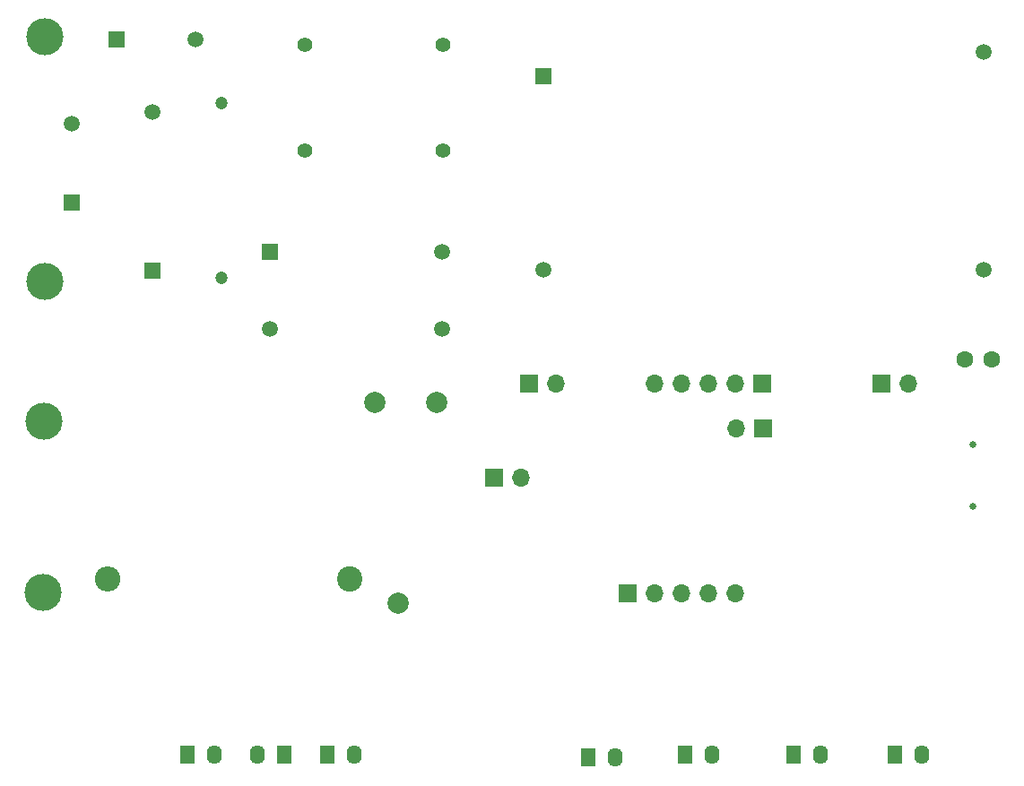
<source format=gbr>
%TF.GenerationSoftware,KiCad,Pcbnew,8.0.7-8.0.7-0~ubuntu22.04.1*%
%TF.CreationDate,2024-12-10T13:55:57+09:00*%
%TF.ProjectId,MRM5-tester,4d524d35-2d74-4657-9374-65722e6b6963,rev?*%
%TF.SameCoordinates,Original*%
%TF.FileFunction,Soldermask,Bot*%
%TF.FilePolarity,Negative*%
%FSLAX46Y46*%
G04 Gerber Fmt 4.6, Leading zero omitted, Abs format (unit mm)*
G04 Created by KiCad (PCBNEW 8.0.7-8.0.7-0~ubuntu22.04.1) date 2024-12-10 13:55:57*
%MOMM*%
%LPD*%
G01*
G04 APERTURE LIST*
%ADD10R,1.400000X1.800000*%
%ADD11O,1.400000X1.800000*%
%ADD12R,1.700000X1.700000*%
%ADD13O,1.700000X1.700000*%
%ADD14C,3.500000*%
%ADD15R,1.500000X1.500000*%
%ADD16C,1.500000*%
%ADD17C,2.400000*%
%ADD18O,2.400000X2.400000*%
%ADD19C,0.650000*%
%ADD20C,1.200000*%
%ADD21C,1.600000*%
%ADD22C,1.400000*%
%ADD23C,2.000000*%
G04 APERTURE END LIST*
D10*
%TO.C,LED7*%
X119634000Y-134874000D03*
D11*
X122174000Y-134874000D03*
%TD*%
D10*
%TO.C,LED6*%
X132842000Y-134874000D03*
D11*
X135382000Y-134874000D03*
%TD*%
D10*
%TO.C,LED5*%
X128778000Y-134874000D03*
D11*
X126238000Y-134874000D03*
%TD*%
D10*
%TO.C,LED4*%
X157480000Y-135128000D03*
D11*
X160020000Y-135128000D03*
%TD*%
D10*
%TO.C,LED3*%
X166624000Y-134874000D03*
D11*
X169164000Y-134874000D03*
%TD*%
D10*
%TO.C,LED2*%
X176868666Y-134874000D03*
D11*
X179408666Y-134874000D03*
%TD*%
D10*
%TO.C,LED1*%
X186436000Y-134874000D03*
D11*
X188976000Y-134874000D03*
%TD*%
D12*
%TO.C,J5*%
X185166000Y-99822000D03*
D13*
X187706000Y-99822000D03*
%TD*%
D12*
%TO.C,J4*%
X151892000Y-99822000D03*
D13*
X154432000Y-99822000D03*
%TD*%
D14*
%TO.C,P1*%
X106198000Y-67020000D03*
%TD*%
D15*
%TO.C,RT1*%
X112922000Y-67274000D03*
D16*
X120422000Y-67274000D03*
%TD*%
D15*
%TO.C,PS1*%
X153250000Y-70750000D03*
D16*
X153250000Y-89050000D03*
X194850000Y-68450000D03*
X194850000Y-89050000D03*
%TD*%
D14*
%TO.C,P4*%
X106116000Y-103378000D03*
%TD*%
D17*
%TO.C,R24*%
X135000000Y-118250000D03*
D18*
X112140000Y-118250000D03*
%TD*%
D15*
%TO.C,T1*%
X127408000Y-87376000D03*
D16*
X127408000Y-94576000D03*
X143708000Y-87376000D03*
X143708000Y-94576000D03*
%TD*%
D19*
%TO.C,J3*%
X193773000Y-111348000D03*
X193773000Y-105568000D03*
%TD*%
D14*
%TO.C,P2*%
X106198000Y-90134000D03*
%TD*%
D20*
%TO.C,R17*%
X122880000Y-73284000D03*
X122880000Y-89784000D03*
%TD*%
D15*
%TO.C,RV1*%
X108758000Y-82708000D03*
D16*
X108758000Y-75208000D03*
%TD*%
D21*
%TO.C,C26*%
X193080000Y-97524000D03*
X195580000Y-97524000D03*
%TD*%
D14*
%TO.C,P3*%
X106000000Y-119500000D03*
%TD*%
D15*
%TO.C,C20*%
X116358000Y-89132000D03*
D16*
X116358000Y-74132000D03*
%TD*%
D22*
%TO.C,FL1*%
X130750000Y-67750000D03*
X130750000Y-77750000D03*
X143750000Y-77750000D03*
X143750000Y-67750000D03*
%TD*%
D23*
%TO.C,TP2*%
X139500000Y-120500000D03*
%TD*%
D12*
%TO.C,J7*%
X161234000Y-119634000D03*
D13*
X163774000Y-119634000D03*
X166314000Y-119634000D03*
X168854000Y-119634000D03*
X171394000Y-119634000D03*
%TD*%
D12*
%TO.C,J6*%
X173934000Y-99822000D03*
D13*
X171394000Y-99822000D03*
X168854000Y-99822000D03*
X166314000Y-99822000D03*
X163774000Y-99822000D03*
%TD*%
D12*
%TO.C,J2*%
X148585000Y-108712000D03*
D13*
X151125000Y-108712000D03*
%TD*%
D12*
%TO.C,J1*%
X174000000Y-104000000D03*
D13*
X171460000Y-104000000D03*
%TD*%
D23*
%TO.C,TP3*%
X143200000Y-101600000D03*
%TD*%
%TO.C,TP1*%
X137358000Y-101600000D03*
%TD*%
M02*

</source>
